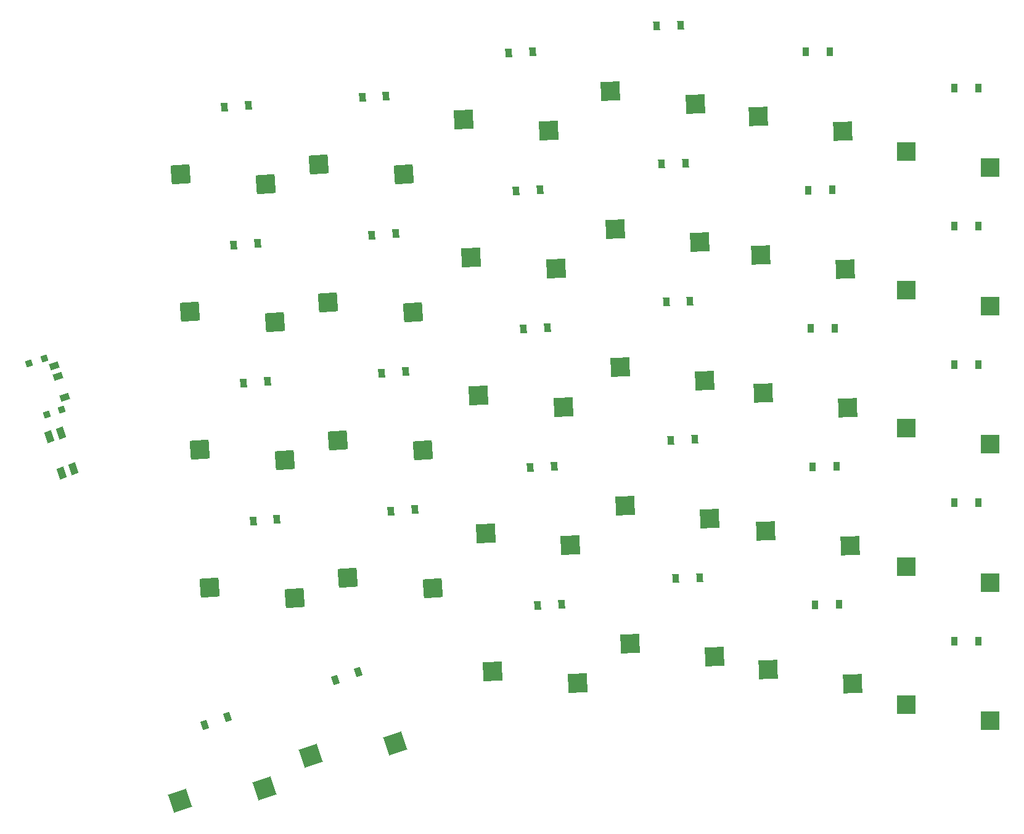
<source format=gbr>
%TF.GenerationSoftware,KiCad,Pcbnew,8.0.4*%
%TF.CreationDate,2024-08-23T23:48:41-04:00*%
%TF.ProjectId,right,72696768-742e-46b6-9963-61645f706362,v1.0.0*%
%TF.SameCoordinates,Original*%
%TF.FileFunction,Paste,Bot*%
%TF.FilePolarity,Positive*%
%FSLAX46Y46*%
G04 Gerber Fmt 4.6, Leading zero omitted, Abs format (unit mm)*
G04 Created by KiCad (PCBNEW 8.0.4) date 2024-08-23 23:48:41*
%MOMM*%
%LPD*%
G01*
G04 APERTURE LIST*
G04 Aperture macros list*
%AMRotRect*
0 Rectangle, with rotation*
0 The origin of the aperture is its center*
0 $1 length*
0 $2 width*
0 $3 Rotation angle, in degrees counterclockwise*
0 Add horizontal line*
21,1,$1,$2,0,0,$3*%
G04 Aperture macros list end*
%ADD10R,2.600000X2.600000*%
%ADD11RotRect,2.600000X2.600000X181.000000*%
%ADD12RotRect,2.600000X2.600000X182.000000*%
%ADD13RotRect,2.600000X2.600000X183.000000*%
%ADD14RotRect,2.600000X2.600000X184.000000*%
%ADD15RotRect,2.600000X2.600000X199.000000*%
%ADD16RotRect,1.550000X1.000000X109.000000*%
%ADD17RotRect,0.900000X1.250000X109.000000*%
%ADD18RotRect,0.900000X0.900000X109.000000*%
%ADD19R,0.900000X1.200000*%
%ADD20RotRect,0.900000X1.200000X1.000000*%
%ADD21RotRect,0.900000X1.200000X2.000000*%
%ADD22RotRect,0.900000X1.200000X3.000000*%
%ADD23RotRect,0.900000X1.200000X4.000000*%
%ADD24RotRect,0.900000X1.200000X19.000000*%
G04 APERTURE END LIST*
D10*
%TO.C,S1*%
X353111267Y-205950000D03*
X341561267Y-203750000D03*
%TD*%
%TO.C,S2*%
X353111267Y-186950000D03*
X341561267Y-184750000D03*
%TD*%
%TO.C,S3*%
X353111267Y-167950000D03*
X341561267Y-165750000D03*
%TD*%
%TO.C,S4*%
X353111267Y-148950000D03*
X341561267Y-146750000D03*
%TD*%
%TO.C,S5*%
X353111267Y-129950000D03*
X341561267Y-127750000D03*
%TD*%
D11*
%TO.C,S6*%
X334214610Y-200891937D03*
X322627974Y-198893848D03*
%TD*%
%TO.C,S7*%
X333883014Y-181894831D03*
X322296378Y-179896742D03*
%TD*%
%TO.C,S8*%
X333551418Y-162897725D03*
X321964782Y-160899636D03*
%TD*%
%TO.C,S9*%
X333219823Y-143900618D03*
X321633187Y-141902529D03*
%TD*%
%TO.C,S10*%
X332888227Y-124903512D03*
X321301591Y-122905423D03*
%TD*%
D12*
%TO.C,S11*%
X315250008Y-197164285D03*
X303630265Y-195368714D03*
%TD*%
%TO.C,S12*%
X314586918Y-178175859D03*
X302967175Y-176380288D03*
%TD*%
%TO.C,S13*%
X313923827Y-159187434D03*
X302304084Y-157391863D03*
%TD*%
%TO.C,S14*%
X313260737Y-140199008D03*
X301640994Y-138403437D03*
%TD*%
%TO.C,S15*%
X312597646Y-121210582D03*
X300977903Y-119415011D03*
%TD*%
D13*
%TO.C,S16*%
X296467535Y-200763913D03*
X284818224Y-199171409D03*
%TD*%
%TO.C,S17*%
X295473152Y-181789952D03*
X283823841Y-180197448D03*
%TD*%
%TO.C,S18*%
X294478768Y-162815990D03*
X282829457Y-161223486D03*
%TD*%
%TO.C,S19*%
X293484385Y-143842029D03*
X281835074Y-142249525D03*
%TD*%
%TO.C,S20*%
X292490002Y-124868068D03*
X280840691Y-123275564D03*
%TD*%
D14*
%TO.C,S21*%
X276530042Y-187734336D03*
X264854713Y-186345382D03*
%TD*%
%TO.C,S22*%
X275204669Y-168780619D03*
X263529340Y-167391665D03*
%TD*%
%TO.C,S23*%
X273879296Y-149826902D03*
X262203967Y-148437948D03*
%TD*%
%TO.C,S24*%
X272553923Y-130873185D03*
X260878594Y-129484231D03*
%TD*%
%TO.C,S25*%
X257576325Y-189059709D03*
X245900996Y-187670755D03*
%TD*%
%TO.C,S26*%
X256250952Y-170105992D03*
X244575623Y-168717038D03*
%TD*%
%TO.C,S27*%
X254925579Y-151152275D03*
X243250250Y-149763321D03*
%TD*%
%TO.C,S28*%
X253600206Y-132198558D03*
X241924877Y-130809604D03*
%TD*%
D15*
%TO.C,S29*%
X271435803Y-209091343D03*
X259798813Y-210771514D03*
%TD*%
%TO.C,S30*%
X253470950Y-215277137D03*
X241833960Y-216957308D03*
%TD*%
D16*
%TO.C,B1*%
X225609161Y-171910365D03*
X223899928Y-166946393D03*
X227216542Y-171356899D03*
X225507309Y-166392927D03*
%TD*%
D17*
%TO.C,T1*%
X226059618Y-161469899D03*
X225082914Y-158633343D03*
X224594562Y-157215065D03*
D18*
X221120466Y-156877742D03*
X223200607Y-156161492D03*
X225609812Y-163158330D03*
X223529671Y-163874580D03*
%TD*%
D19*
%TO.C,D1*%
X351486267Y-195000000D03*
X348186267Y-195000000D03*
%TD*%
%TO.C,D2*%
X351486267Y-176000000D03*
X348186267Y-176000000D03*
%TD*%
%TO.C,D3*%
X351486267Y-157000000D03*
X348186267Y-157000000D03*
%TD*%
%TO.C,D4*%
X351486267Y-138000000D03*
X348186267Y-138000000D03*
%TD*%
%TO.C,D5*%
X351486267Y-119000000D03*
X348186267Y-119000000D03*
%TD*%
D20*
%TO.C,D6*%
X332398754Y-189971966D03*
X329099256Y-190029558D03*
%TD*%
%TO.C,D7*%
X332067158Y-170974859D03*
X328767660Y-171032451D03*
%TD*%
%TO.C,D8*%
X331735562Y-151977753D03*
X328436064Y-152035345D03*
%TD*%
%TO.C,D9*%
X331403967Y-132980647D03*
X328104469Y-133038239D03*
%TD*%
%TO.C,D10*%
X331072371Y-113983541D03*
X327772873Y-114041133D03*
%TD*%
D21*
%TO.C,D11*%
X313243849Y-186277667D03*
X309945859Y-186392835D03*
%TD*%
%TO.C,D12*%
X312580758Y-167289241D03*
X309282768Y-167404409D03*
%TD*%
%TO.C,D13*%
X311917668Y-148300815D03*
X308619678Y-148415983D03*
%TD*%
%TO.C,D14*%
X311254577Y-129312390D03*
X307956587Y-129427558D03*
%TD*%
%TO.C,D15*%
X310591487Y-110323964D03*
X307293497Y-110439132D03*
%TD*%
D22*
%TO.C,D16*%
X294271683Y-189913966D03*
X290976205Y-190086674D03*
%TD*%
%TO.C,D17*%
X293277300Y-170940005D03*
X289981822Y-171112713D03*
%TD*%
%TO.C,D18*%
X292282917Y-151966044D03*
X288987439Y-152138752D03*
%TD*%
%TO.C,D19*%
X291288533Y-132992083D03*
X287993055Y-133164791D03*
%TD*%
%TO.C,D20*%
X290294150Y-114018121D03*
X286998672Y-114190829D03*
%TD*%
D23*
%TO.C,D21*%
X274145168Y-176924363D03*
X270853206Y-177154559D03*
%TD*%
%TO.C,D22*%
X272819795Y-157970646D03*
X269527833Y-158200842D03*
%TD*%
%TO.C,D23*%
X271494422Y-139016929D03*
X268202460Y-139247125D03*
%TD*%
%TO.C,D24*%
X270169049Y-120063212D03*
X266877087Y-120293408D03*
%TD*%
%TO.C,D25*%
X255191451Y-178249736D03*
X251899489Y-178479932D03*
%TD*%
%TO.C,D26*%
X253866078Y-159296019D03*
X250574116Y-159526215D03*
%TD*%
%TO.C,D27*%
X252540705Y-140342302D03*
X249248743Y-140572498D03*
%TD*%
%TO.C,D28*%
X251215332Y-121388585D03*
X247923370Y-121618781D03*
%TD*%
D24*
%TO.C,D29*%
X266334365Y-199266963D03*
X263214153Y-200341337D03*
%TD*%
%TO.C,D30*%
X248369512Y-205452758D03*
X245249300Y-206527132D03*
%TD*%
M02*

</source>
